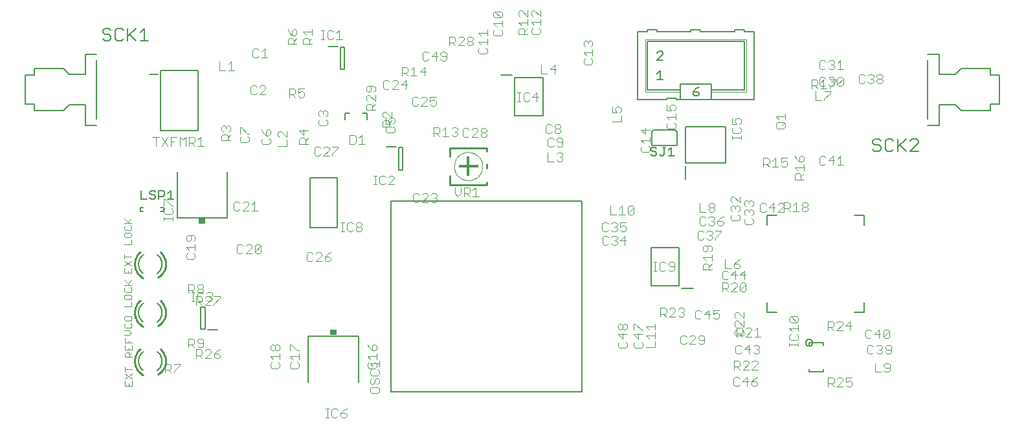
<source format=gto>
G75*
G70*
%OFA0B0*%
%FSLAX24Y24*%
%IPPOS*%
%LPD*%
%AMOC8*
5,1,8,0,0,1.08239X$1,22.5*
%
%ADD10C,0.0030*%
%ADD11C,0.0040*%
%ADD12C,0.0080*%
%ADD13R,0.0340X0.0300*%
%ADD14C,0.0100*%
%ADD15R,0.0157X0.1043*%
%ADD16R,0.1043X0.0157*%
%ADD17C,0.0079*%
%ADD18C,0.0050*%
%ADD19C,0.0060*%
%ADD20C,0.0020*%
D10*
X008360Y005452D02*
X008731Y005452D01*
X008731Y005699D01*
X008731Y005820D02*
X008360Y006067D01*
X008360Y006189D02*
X008360Y006436D01*
X008360Y006312D02*
X008731Y006312D01*
X008731Y006067D02*
X008360Y005820D01*
X008360Y005699D02*
X008360Y005452D01*
X008545Y005452D02*
X008545Y005575D01*
X008607Y006925D02*
X008607Y007110D01*
X008545Y007172D01*
X008422Y007172D01*
X008360Y007110D01*
X008360Y006925D01*
X008731Y006925D01*
X008607Y007049D02*
X008731Y007172D01*
X008731Y007294D02*
X008360Y007294D01*
X008360Y007540D01*
X008360Y007662D02*
X008360Y007909D01*
X008335Y008068D02*
X008582Y008068D01*
X008705Y008191D01*
X008582Y008315D01*
X008335Y008315D01*
X008396Y008436D02*
X008643Y008436D01*
X008705Y008498D01*
X008705Y008621D01*
X008643Y008683D01*
X008643Y008805D02*
X008396Y008805D01*
X008335Y008866D01*
X008335Y008990D01*
X008396Y009051D01*
X008643Y009051D01*
X008705Y008990D01*
X008705Y008866D01*
X008643Y008805D01*
X008396Y008683D02*
X008335Y008621D01*
X008335Y008498D01*
X008396Y008436D01*
X008545Y007785D02*
X008545Y007662D01*
X008360Y007662D02*
X008731Y007662D01*
X008731Y007540D02*
X008731Y007294D01*
X008545Y007294D02*
X008545Y007417D01*
X008705Y009541D02*
X008335Y009541D01*
X008705Y009541D02*
X008705Y009788D01*
X008643Y009909D02*
X008396Y009909D01*
X008335Y009971D01*
X008335Y010095D01*
X008396Y010156D01*
X008643Y010156D01*
X008705Y010095D01*
X008705Y009971D01*
X008643Y009909D01*
X008643Y010278D02*
X008396Y010278D01*
X008335Y010340D01*
X008335Y010463D01*
X008396Y010525D01*
X008335Y010646D02*
X008705Y010646D01*
X008582Y010646D02*
X008335Y010893D01*
X008520Y010708D02*
X008705Y010893D01*
X008693Y011258D02*
X008322Y011258D01*
X008322Y011504D01*
X008322Y011626D02*
X008693Y011873D01*
X008693Y012118D02*
X008322Y012118D01*
X008322Y012241D02*
X008322Y011994D01*
X008322Y011873D02*
X008693Y011626D01*
X008693Y011504D02*
X008693Y011258D01*
X008508Y011258D02*
X008508Y011381D01*
X008643Y010525D02*
X008705Y010463D01*
X008705Y010340D01*
X008643Y010278D01*
X008693Y012731D02*
X008322Y012731D01*
X008693Y012731D02*
X008693Y012978D01*
X008631Y013099D02*
X008384Y013099D01*
X008322Y013161D01*
X008322Y013284D01*
X008384Y013346D01*
X008631Y013346D01*
X008693Y013284D01*
X008693Y013161D01*
X008631Y013099D01*
X008631Y013467D02*
X008384Y013467D01*
X008322Y013529D01*
X008322Y013653D01*
X008384Y013714D01*
X008322Y013836D02*
X008693Y013836D01*
X008569Y013836D02*
X008322Y014083D01*
X008508Y013897D02*
X008693Y014083D01*
X008631Y013714D02*
X008693Y013653D01*
X008693Y013529D01*
X008631Y013467D01*
D11*
X010360Y013986D02*
X010360Y014139D01*
X010360Y014062D02*
X010820Y014062D01*
X010820Y013986D02*
X010820Y014139D01*
X010744Y014293D02*
X010820Y014369D01*
X010820Y014523D01*
X010744Y014600D01*
X010744Y014753D02*
X010820Y014753D01*
X010744Y014753D02*
X010437Y015060D01*
X010360Y015060D01*
X010360Y014753D01*
X010437Y014600D02*
X010360Y014523D01*
X010360Y014369D01*
X010437Y014293D01*
X010744Y014293D01*
X011589Y013212D02*
X011513Y013135D01*
X011513Y012981D01*
X011589Y012905D01*
X011666Y012905D01*
X011743Y012981D01*
X011743Y013212D01*
X011896Y013212D02*
X011589Y013212D01*
X011896Y013212D02*
X011973Y013135D01*
X011973Y012981D01*
X011896Y012905D01*
X011973Y012751D02*
X011973Y012444D01*
X011973Y012598D02*
X011513Y012598D01*
X011666Y012444D01*
X011589Y012291D02*
X011513Y012214D01*
X011513Y012061D01*
X011589Y011984D01*
X011896Y011984D01*
X011973Y012061D01*
X011973Y012214D01*
X011896Y012291D01*
X014125Y012356D02*
X014201Y012279D01*
X014355Y012279D01*
X014432Y012356D01*
X014585Y012279D02*
X014892Y012586D01*
X014892Y012662D01*
X014815Y012739D01*
X014662Y012739D01*
X014585Y012662D01*
X014432Y012662D02*
X014355Y012739D01*
X014201Y012739D01*
X014125Y012662D01*
X014125Y012356D01*
X014585Y012279D02*
X014892Y012279D01*
X015045Y012356D02*
X015352Y012662D01*
X015352Y012356D01*
X015276Y012279D01*
X015122Y012279D01*
X015045Y012356D01*
X015045Y012662D01*
X015122Y012739D01*
X015276Y012739D01*
X015352Y012662D01*
X017721Y012248D02*
X017721Y011941D01*
X017798Y011864D01*
X017952Y011864D01*
X018028Y011941D01*
X018182Y011864D02*
X018489Y012171D01*
X018489Y012248D01*
X018412Y012325D01*
X018259Y012325D01*
X018182Y012248D01*
X018028Y012248D02*
X017952Y012325D01*
X017798Y012325D01*
X017721Y012248D01*
X018182Y011864D02*
X018489Y011864D01*
X018642Y011941D02*
X018719Y011864D01*
X018872Y011864D01*
X018949Y011941D01*
X018949Y012018D01*
X018872Y012095D01*
X018642Y012095D01*
X018642Y011941D01*
X018642Y012095D02*
X018796Y012248D01*
X018949Y012325D01*
X019494Y013421D02*
X019648Y013421D01*
X019571Y013421D02*
X019571Y013882D01*
X019494Y013882D02*
X019648Y013882D01*
X019801Y013805D02*
X019801Y013498D01*
X019878Y013421D01*
X020031Y013421D01*
X020108Y013498D01*
X020262Y013498D02*
X020262Y013575D01*
X020338Y013651D01*
X020492Y013651D01*
X020569Y013575D01*
X020569Y013498D01*
X020492Y013421D01*
X020338Y013421D01*
X020262Y013498D01*
X020338Y013651D02*
X020262Y013728D01*
X020262Y013805D01*
X020338Y013882D01*
X020492Y013882D01*
X020569Y013805D01*
X020569Y013728D01*
X020492Y013651D01*
X020108Y013805D02*
X020031Y013882D01*
X019878Y013882D01*
X019801Y013805D01*
X023204Y014994D02*
X023204Y015301D01*
X023280Y015377D01*
X023434Y015377D01*
X023511Y015301D01*
X023664Y015301D02*
X023741Y015377D01*
X023894Y015377D01*
X023971Y015301D01*
X023971Y015224D01*
X023664Y014917D01*
X023971Y014917D01*
X024124Y014994D02*
X024201Y014917D01*
X024355Y014917D01*
X024431Y014994D01*
X024431Y015070D01*
X024355Y015147D01*
X024278Y015147D01*
X024355Y015147D02*
X024431Y015224D01*
X024431Y015301D01*
X024355Y015377D01*
X024201Y015377D01*
X024124Y015301D01*
X023511Y014994D02*
X023434Y014917D01*
X023280Y014917D01*
X023204Y014994D01*
X022238Y015826D02*
X021931Y015826D01*
X022238Y016133D01*
X022238Y016210D01*
X022161Y016287D01*
X022008Y016287D01*
X021931Y016210D01*
X021778Y016210D02*
X021701Y016287D01*
X021548Y016287D01*
X021471Y016210D01*
X021471Y015903D01*
X021548Y015826D01*
X021701Y015826D01*
X021778Y015903D01*
X021317Y015826D02*
X021164Y015826D01*
X021241Y015826D02*
X021241Y016287D01*
X021317Y016287D02*
X021164Y016287D01*
X019032Y017316D02*
X019032Y017393D01*
X019339Y017699D01*
X019339Y017776D01*
X019032Y017776D01*
X018878Y017699D02*
X018801Y017776D01*
X018648Y017776D01*
X018571Y017699D01*
X018418Y017699D02*
X018341Y017776D01*
X018188Y017776D01*
X018111Y017699D01*
X018111Y017393D01*
X018188Y017316D01*
X018341Y017316D01*
X018418Y017393D01*
X018571Y017316D02*
X018878Y017623D01*
X018878Y017699D01*
X018878Y017316D02*
X018571Y017316D01*
X017795Y017917D02*
X017334Y017917D01*
X017334Y018147D01*
X017411Y018224D01*
X017565Y018224D01*
X017641Y018147D01*
X017641Y017917D01*
X017641Y018070D02*
X017795Y018224D01*
X017565Y018377D02*
X017565Y018684D01*
X017795Y018607D02*
X017334Y018607D01*
X017565Y018377D01*
X016695Y018277D02*
X016388Y018584D01*
X016311Y018584D01*
X016234Y018507D01*
X016234Y018354D01*
X016311Y018277D01*
X016695Y018277D02*
X016695Y018584D01*
X016695Y018124D02*
X016695Y017817D01*
X016234Y017817D01*
X015845Y017973D02*
X015845Y018126D01*
X015768Y018203D01*
X015768Y018356D02*
X015845Y018433D01*
X015845Y018587D01*
X015768Y018663D01*
X015691Y018663D01*
X015615Y018587D01*
X015615Y018356D01*
X015768Y018356D01*
X015615Y018356D02*
X015461Y018510D01*
X015384Y018663D01*
X014745Y018456D02*
X014668Y018456D01*
X014361Y018763D01*
X014284Y018763D01*
X014284Y018456D01*
X014361Y018303D02*
X014284Y018226D01*
X014284Y018073D01*
X014361Y017996D01*
X014668Y017996D01*
X014745Y018073D01*
X014745Y018226D01*
X014668Y018303D01*
X015384Y018126D02*
X015384Y017973D01*
X015461Y017896D01*
X015768Y017896D01*
X015845Y017973D01*
X015461Y018203D02*
X015384Y018126D01*
X013795Y018096D02*
X013334Y018096D01*
X013334Y018326D01*
X013411Y018403D01*
X013565Y018403D01*
X013641Y018326D01*
X013641Y018096D01*
X013641Y018250D02*
X013795Y018403D01*
X013718Y018556D02*
X013795Y018633D01*
X013795Y018787D01*
X013718Y018863D01*
X013641Y018863D01*
X013565Y018787D01*
X013565Y018710D01*
X013565Y018787D02*
X013488Y018863D01*
X013411Y018863D01*
X013334Y018787D01*
X013334Y018633D01*
X013411Y018556D01*
X012259Y018277D02*
X012259Y017817D01*
X012106Y017817D02*
X012413Y017817D01*
X011952Y017817D02*
X011799Y017970D01*
X011875Y017970D02*
X011645Y017970D01*
X011645Y017817D02*
X011645Y018277D01*
X011875Y018277D01*
X011952Y018201D01*
X011952Y018047D01*
X011875Y017970D01*
X012106Y018124D02*
X012259Y018277D01*
X011492Y018277D02*
X011492Y017817D01*
X011185Y017817D02*
X011185Y018277D01*
X011338Y018124D01*
X011492Y018277D01*
X011031Y018277D02*
X010724Y018277D01*
X010724Y017817D01*
X010571Y017817D02*
X010264Y018277D01*
X010111Y018277D02*
X009804Y018277D01*
X009957Y018277D02*
X009957Y017817D01*
X010264Y017817D02*
X010571Y018277D01*
X010724Y018047D02*
X010878Y018047D01*
X014835Y020544D02*
X014912Y020467D01*
X015065Y020467D01*
X015142Y020544D01*
X015295Y020467D02*
X015602Y020774D01*
X015602Y020851D01*
X015525Y020927D01*
X015372Y020927D01*
X015295Y020851D01*
X015142Y020851D02*
X015065Y020927D01*
X014912Y020927D01*
X014835Y020851D01*
X014835Y020544D01*
X015295Y020467D02*
X015602Y020467D01*
X016814Y020470D02*
X017044Y020470D01*
X017121Y020547D01*
X017121Y020701D01*
X017044Y020777D01*
X016814Y020777D01*
X016814Y020317D01*
X016968Y020470D02*
X017121Y020317D01*
X017274Y020394D02*
X017351Y020317D01*
X017505Y020317D01*
X017581Y020394D01*
X017581Y020547D01*
X017505Y020624D01*
X017428Y020624D01*
X017274Y020547D01*
X017274Y020777D01*
X017581Y020777D01*
X018393Y019644D02*
X018470Y019644D01*
X018547Y019567D01*
X018624Y019644D01*
X018700Y019644D01*
X018777Y019567D01*
X018777Y019414D01*
X018700Y019337D01*
X018700Y019183D02*
X018777Y019107D01*
X018777Y018953D01*
X018700Y018876D01*
X018393Y018876D01*
X018317Y018953D01*
X018317Y019107D01*
X018393Y019183D01*
X018393Y019337D02*
X018317Y019414D01*
X018317Y019567D01*
X018393Y019644D01*
X018547Y019567D02*
X018547Y019490D01*
X019935Y018377D02*
X020165Y018377D01*
X020242Y018301D01*
X020242Y017994D01*
X020165Y017917D01*
X019935Y017917D01*
X019935Y018377D01*
X020395Y018224D02*
X020549Y018377D01*
X020549Y017917D01*
X020702Y017917D02*
X020395Y017917D01*
X021784Y018573D02*
X021861Y018496D01*
X022168Y018496D01*
X022245Y018573D01*
X022245Y018726D01*
X022168Y018803D01*
X022095Y018817D02*
X021634Y018817D01*
X021634Y019047D01*
X021711Y019124D01*
X021865Y019124D01*
X021941Y019047D01*
X021941Y018817D01*
X021861Y018803D02*
X021784Y018726D01*
X021784Y018573D01*
X021784Y018956D02*
X022015Y018956D01*
X021938Y019110D01*
X021938Y019187D01*
X022015Y019263D01*
X022168Y019263D01*
X022245Y019187D01*
X022245Y019033D01*
X022168Y018956D01*
X022095Y019124D02*
X021941Y018970D01*
X021784Y018956D02*
X021784Y019263D01*
X021711Y019277D02*
X021634Y019354D01*
X021634Y019507D01*
X021711Y019584D01*
X021788Y019584D01*
X022095Y019277D01*
X022095Y019584D01*
X021243Y019681D02*
X020782Y019681D01*
X020782Y019912D01*
X020859Y019988D01*
X021013Y019988D01*
X021089Y019912D01*
X021089Y019681D01*
X021089Y019835D02*
X021243Y019988D01*
X021243Y020142D02*
X020936Y020449D01*
X020859Y020449D01*
X020782Y020372D01*
X020782Y020218D01*
X020859Y020142D01*
X021243Y020142D02*
X021243Y020449D01*
X021166Y020602D02*
X021243Y020679D01*
X021243Y020832D01*
X021166Y020909D01*
X020859Y020909D01*
X020782Y020832D01*
X020782Y020679D01*
X020859Y020602D01*
X020936Y020602D01*
X021013Y020679D01*
X021013Y020909D01*
X021665Y020821D02*
X021741Y020744D01*
X021895Y020744D01*
X021972Y020821D01*
X022125Y020744D02*
X022432Y021051D01*
X022432Y021128D01*
X022355Y021204D01*
X022202Y021204D01*
X022125Y021128D01*
X021972Y021128D02*
X021895Y021204D01*
X021741Y021204D01*
X021665Y021128D01*
X021665Y020821D01*
X022125Y020744D02*
X022432Y020744D01*
X022585Y020974D02*
X022892Y020974D01*
X022816Y020744D02*
X022816Y021204D01*
X022585Y020974D01*
X022624Y021427D02*
X022624Y021887D01*
X022854Y021887D01*
X022931Y021811D01*
X022931Y021657D01*
X022854Y021580D01*
X022624Y021580D01*
X022777Y021580D02*
X022931Y021427D01*
X023084Y021427D02*
X023391Y021427D01*
X023238Y021427D02*
X023238Y021887D01*
X023084Y021734D01*
X023544Y021657D02*
X023851Y021657D01*
X023775Y021427D02*
X023775Y021887D01*
X023544Y021657D01*
X023762Y022222D02*
X023915Y022222D01*
X023992Y022299D01*
X024146Y022452D02*
X024453Y022452D01*
X024606Y022529D02*
X024683Y022452D01*
X024913Y022452D01*
X024913Y022299D02*
X024913Y022606D01*
X024836Y022683D01*
X024683Y022683D01*
X024606Y022606D01*
X024606Y022529D01*
X024606Y022299D02*
X024683Y022222D01*
X024836Y022222D01*
X024913Y022299D01*
X024376Y022222D02*
X024376Y022683D01*
X024146Y022452D01*
X023992Y022606D02*
X023915Y022683D01*
X023762Y022683D01*
X023685Y022606D01*
X023685Y022299D01*
X023762Y022222D01*
X025055Y022991D02*
X025055Y023451D01*
X025285Y023451D01*
X025362Y023374D01*
X025362Y023221D01*
X025285Y023144D01*
X025055Y023144D01*
X025209Y023144D02*
X025362Y022991D01*
X025516Y022991D02*
X025823Y023298D01*
X025823Y023374D01*
X025746Y023451D01*
X025592Y023451D01*
X025516Y023374D01*
X025516Y022991D02*
X025823Y022991D01*
X025976Y023067D02*
X025976Y023144D01*
X026053Y023221D01*
X026206Y023221D01*
X026283Y023144D01*
X026283Y023067D01*
X026206Y022991D01*
X026053Y022991D01*
X025976Y023067D01*
X026053Y023221D02*
X025976Y023298D01*
X025976Y023374D01*
X026053Y023451D01*
X026206Y023451D01*
X026283Y023374D01*
X026283Y023298D01*
X026206Y023221D01*
X026551Y023185D02*
X026704Y023031D01*
X026627Y022878D02*
X026551Y022801D01*
X026551Y022648D01*
X026627Y022571D01*
X026934Y022571D01*
X027011Y022648D01*
X027011Y022801D01*
X026934Y022878D01*
X027011Y023031D02*
X027011Y023338D01*
X027011Y023185D02*
X026551Y023185D01*
X026704Y023492D02*
X026551Y023645D01*
X027011Y023645D01*
X027011Y023492D02*
X027011Y023799D01*
X027330Y023743D02*
X027330Y023590D01*
X027407Y023513D01*
X027714Y023513D01*
X027791Y023590D01*
X027791Y023743D01*
X027714Y023820D01*
X027791Y023974D02*
X027791Y024280D01*
X027791Y024127D02*
X027330Y024127D01*
X027484Y023974D01*
X027407Y023820D02*
X027330Y023743D01*
X028624Y023797D02*
X028624Y023567D01*
X029085Y023567D01*
X028931Y023567D02*
X028931Y023797D01*
X028855Y023874D01*
X028701Y023874D01*
X028624Y023797D01*
X028778Y024027D02*
X028624Y024181D01*
X029085Y024181D01*
X029085Y024334D02*
X029085Y024027D01*
X029085Y023874D02*
X028931Y023720D01*
X029284Y023664D02*
X029361Y023587D01*
X029668Y023587D01*
X029745Y023664D01*
X029745Y023817D01*
X029668Y023894D01*
X029745Y024047D02*
X029745Y024354D01*
X029745Y024201D02*
X029284Y024201D01*
X029438Y024047D01*
X029361Y023894D02*
X029284Y023817D01*
X029284Y023664D01*
X029361Y024508D02*
X029284Y024584D01*
X029284Y024738D01*
X029361Y024815D01*
X029438Y024815D01*
X029745Y024508D01*
X029745Y024815D01*
X029085Y024795D02*
X029085Y024488D01*
X028778Y024795D01*
X028701Y024795D01*
X028624Y024718D01*
X028624Y024564D01*
X028701Y024488D01*
X027791Y024511D02*
X027714Y024434D01*
X027407Y024741D01*
X027714Y024741D01*
X027791Y024664D01*
X027791Y024511D01*
X027714Y024434D02*
X027407Y024434D01*
X027330Y024511D01*
X027330Y024664D01*
X027407Y024741D01*
X031978Y023168D02*
X031978Y023014D01*
X032055Y022938D01*
X032208Y023091D02*
X032208Y023168D01*
X032285Y023245D01*
X032362Y023245D01*
X032439Y023168D01*
X032439Y023014D01*
X032362Y022938D01*
X032439Y022784D02*
X032439Y022477D01*
X032439Y022631D02*
X031978Y022631D01*
X032132Y022477D01*
X032055Y022324D02*
X031978Y022247D01*
X031978Y022094D01*
X032055Y022017D01*
X032362Y022017D01*
X032439Y022094D01*
X032439Y022247D01*
X032362Y022324D01*
X030558Y021771D02*
X030252Y021771D01*
X030482Y022001D01*
X030482Y021541D01*
X030098Y021541D02*
X029791Y021541D01*
X029791Y022001D01*
X031978Y023168D02*
X032055Y023245D01*
X032132Y023245D01*
X032208Y023168D01*
X029568Y020577D02*
X029338Y020347D01*
X029645Y020347D01*
X029568Y020117D02*
X029568Y020577D01*
X029185Y020501D02*
X029108Y020577D01*
X028955Y020577D01*
X028878Y020501D01*
X028878Y020194D01*
X028955Y020117D01*
X029108Y020117D01*
X029185Y020194D01*
X028724Y020117D02*
X028571Y020117D01*
X028648Y020117D02*
X028648Y020577D01*
X028724Y020577D02*
X028571Y020577D01*
X030112Y018927D02*
X030035Y018851D01*
X030035Y018544D01*
X030112Y018467D01*
X030265Y018467D01*
X030342Y018544D01*
X030495Y018544D02*
X030495Y018620D01*
X030572Y018697D01*
X030725Y018697D01*
X030802Y018620D01*
X030802Y018544D01*
X030725Y018467D01*
X030572Y018467D01*
X030495Y018544D01*
X030572Y018697D02*
X030495Y018774D01*
X030495Y018851D01*
X030572Y018927D01*
X030725Y018927D01*
X030802Y018851D01*
X030802Y018774D01*
X030725Y018697D01*
X030342Y018851D02*
X030265Y018927D01*
X030112Y018927D01*
X030212Y018227D02*
X030135Y018151D01*
X030135Y017844D01*
X030212Y017767D01*
X030365Y017767D01*
X030442Y017844D01*
X030595Y017844D02*
X030672Y017767D01*
X030825Y017767D01*
X030902Y017844D01*
X030902Y018151D01*
X030825Y018227D01*
X030672Y018227D01*
X030595Y018151D01*
X030595Y018074D01*
X030672Y017997D01*
X030902Y017997D01*
X030442Y018151D02*
X030365Y018227D01*
X030212Y018227D01*
X030135Y017477D02*
X030135Y017017D01*
X030442Y017017D01*
X030595Y017094D02*
X030672Y017017D01*
X030825Y017017D01*
X030902Y017094D01*
X030902Y017170D01*
X030825Y017247D01*
X030749Y017247D01*
X030825Y017247D02*
X030902Y017324D01*
X030902Y017401D01*
X030825Y017477D01*
X030672Y017477D01*
X030595Y017401D01*
X033452Y019065D02*
X033913Y019065D01*
X033913Y019372D01*
X033836Y019526D02*
X033913Y019602D01*
X033913Y019756D01*
X033836Y019832D01*
X033683Y019832D01*
X033606Y019756D01*
X033606Y019679D01*
X033683Y019526D01*
X033452Y019526D01*
X033452Y019832D01*
X034927Y018656D02*
X035158Y018426D01*
X035158Y018732D01*
X035388Y018656D02*
X034927Y018656D01*
X034927Y018119D02*
X035388Y018119D01*
X035388Y018272D02*
X035388Y017965D01*
X035311Y017812D02*
X035388Y017735D01*
X035388Y017581D01*
X035311Y017505D01*
X035004Y017505D01*
X034927Y017581D01*
X034927Y017735D01*
X035004Y017812D01*
X035081Y017965D02*
X034927Y018119D01*
X036252Y018781D02*
X036329Y018705D01*
X036636Y018705D01*
X036713Y018781D01*
X036713Y018935D01*
X036636Y019012D01*
X036713Y019165D02*
X036713Y019472D01*
X036713Y019319D02*
X036252Y019319D01*
X036406Y019165D01*
X036329Y019012D02*
X036252Y018935D01*
X036252Y018781D01*
X036252Y019626D02*
X036483Y019626D01*
X036406Y019779D01*
X036406Y019856D01*
X036483Y019932D01*
X036636Y019932D01*
X036713Y019856D01*
X036713Y019702D01*
X036636Y019626D01*
X036252Y019626D02*
X036252Y019932D01*
X039614Y019251D02*
X039614Y018944D01*
X039844Y018944D01*
X039767Y019097D01*
X039767Y019174D01*
X039844Y019251D01*
X039998Y019251D01*
X040074Y019174D01*
X040074Y019021D01*
X039998Y018944D01*
X039998Y018790D02*
X040074Y018714D01*
X040074Y018560D01*
X039998Y018484D01*
X039691Y018484D01*
X039614Y018560D01*
X039614Y018714D01*
X039691Y018790D01*
X039614Y018330D02*
X039614Y018177D01*
X039614Y018253D02*
X040074Y018253D01*
X040074Y018177D02*
X040074Y018330D01*
X041236Y017191D02*
X041466Y017191D01*
X041543Y017114D01*
X041543Y016960D01*
X041466Y016884D01*
X041236Y016884D01*
X041390Y016884D02*
X041543Y016730D01*
X041697Y016730D02*
X042004Y016730D01*
X041850Y016730D02*
X041850Y017191D01*
X041697Y017037D01*
X042157Y016960D02*
X042157Y017191D01*
X042464Y017191D01*
X042387Y017037D02*
X042464Y016960D01*
X042464Y016807D01*
X042387Y016730D01*
X042234Y016730D01*
X042157Y016807D01*
X042157Y016960D02*
X042311Y017037D01*
X042387Y017037D01*
X042854Y017318D02*
X042931Y017165D01*
X043084Y017011D01*
X043084Y017241D01*
X043161Y017318D01*
X043238Y017318D01*
X043315Y017241D01*
X043315Y017088D01*
X043238Y017011D01*
X043084Y017011D01*
X043315Y016858D02*
X043315Y016551D01*
X043315Y016704D02*
X042854Y016704D01*
X043008Y016551D01*
X043084Y016397D02*
X043161Y016320D01*
X043161Y016090D01*
X043315Y016090D02*
X042854Y016090D01*
X042854Y016320D01*
X042931Y016397D01*
X043084Y016397D01*
X043161Y016244D02*
X043315Y016397D01*
X044125Y016914D02*
X044201Y016837D01*
X044355Y016837D01*
X044432Y016914D01*
X044585Y017067D02*
X044892Y017067D01*
X045045Y017144D02*
X045199Y017297D01*
X045199Y016837D01*
X045352Y016837D02*
X045045Y016837D01*
X044815Y016837D02*
X044815Y017297D01*
X044585Y017067D01*
X044432Y017221D02*
X044355Y017297D01*
X044201Y017297D01*
X044125Y017221D01*
X044125Y016914D01*
X041236Y016730D02*
X041236Y017191D01*
X041961Y018717D02*
X041884Y018794D01*
X041884Y018947D01*
X041961Y019024D01*
X042268Y019024D01*
X042345Y018947D01*
X042345Y018794D01*
X042268Y018717D01*
X041961Y018717D01*
X042191Y018870D02*
X042345Y019024D01*
X042345Y019177D02*
X042345Y019484D01*
X042345Y019331D02*
X041884Y019331D01*
X042038Y019177D01*
X043913Y020172D02*
X044220Y020172D01*
X044373Y020172D02*
X044373Y020249D01*
X044680Y020556D01*
X044680Y020632D01*
X044373Y020632D01*
X044339Y020774D02*
X044339Y021234D01*
X044185Y021081D01*
X044120Y020974D02*
X044196Y020897D01*
X044350Y020897D01*
X044426Y020974D01*
X044580Y020974D02*
X044657Y020897D01*
X044810Y020897D01*
X044887Y020974D01*
X044887Y021051D01*
X044810Y021128D01*
X044733Y021128D01*
X044810Y021128D02*
X044887Y021204D01*
X044887Y021281D01*
X044810Y021358D01*
X044657Y021358D01*
X044580Y021281D01*
X044646Y021234D02*
X044952Y021234D01*
X044952Y021157D01*
X044646Y020850D01*
X044646Y020774D01*
X044492Y020774D02*
X044185Y020774D01*
X044032Y020774D02*
X043878Y020927D01*
X043955Y020927D02*
X043725Y020927D01*
X043725Y020774D02*
X043725Y021234D01*
X043955Y021234D01*
X044032Y021157D01*
X044032Y021004D01*
X043955Y020927D01*
X044120Y020974D02*
X044120Y021281D01*
X044196Y021358D01*
X044350Y021358D01*
X044426Y021281D01*
X045040Y021281D02*
X045040Y020974D01*
X045347Y021281D01*
X045347Y020974D01*
X045271Y020897D01*
X045117Y020897D01*
X045040Y020974D01*
X045040Y021281D02*
X045117Y021358D01*
X045271Y021358D01*
X045347Y021281D01*
X045350Y021772D02*
X045044Y021772D01*
X045197Y021772D02*
X045197Y022233D01*
X045044Y022079D01*
X044890Y022079D02*
X044890Y022156D01*
X044813Y022233D01*
X044660Y022233D01*
X044583Y022156D01*
X044430Y022156D02*
X044353Y022233D01*
X044199Y022233D01*
X044123Y022156D01*
X044123Y021849D01*
X044199Y021772D01*
X044353Y021772D01*
X044430Y021849D01*
X044583Y021849D02*
X044660Y021772D01*
X044813Y021772D01*
X044890Y021849D01*
X044890Y021926D01*
X044813Y022003D01*
X044737Y022003D01*
X044813Y022003D02*
X044890Y022079D01*
X046146Y021439D02*
X046146Y021132D01*
X046223Y021055D01*
X046376Y021055D01*
X046453Y021132D01*
X046606Y021132D02*
X046683Y021055D01*
X046836Y021055D01*
X046913Y021132D01*
X046913Y021209D01*
X046836Y021285D01*
X046760Y021285D01*
X046836Y021285D02*
X046913Y021362D01*
X046913Y021439D01*
X046836Y021516D01*
X046683Y021516D01*
X046606Y021439D01*
X046453Y021439D02*
X046376Y021516D01*
X046223Y021516D01*
X046146Y021439D01*
X047067Y021439D02*
X047067Y021362D01*
X047143Y021285D01*
X047297Y021285D01*
X047374Y021209D01*
X047374Y021132D01*
X047297Y021055D01*
X047143Y021055D01*
X047067Y021132D01*
X047067Y021209D01*
X047143Y021285D01*
X047297Y021285D02*
X047374Y021362D01*
X047374Y021439D01*
X047297Y021516D01*
X047143Y021516D01*
X047067Y021439D01*
X043913Y020632D02*
X043913Y020172D01*
X040009Y015204D02*
X040009Y014897D01*
X039703Y015204D01*
X039626Y015204D01*
X039549Y015127D01*
X039549Y014974D01*
X039626Y014897D01*
X039626Y014743D02*
X039549Y014667D01*
X039549Y014513D01*
X039626Y014437D01*
X039626Y014283D02*
X039549Y014206D01*
X039549Y014053D01*
X039626Y013976D01*
X039933Y013976D01*
X040009Y014053D01*
X040009Y014206D01*
X039933Y014283D01*
X039933Y014437D02*
X040009Y014513D01*
X040009Y014667D01*
X039933Y014743D01*
X039856Y014743D01*
X039779Y014667D01*
X039779Y014590D01*
X039779Y014667D02*
X039703Y014743D01*
X039626Y014743D01*
X040247Y014779D02*
X040247Y014932D01*
X040324Y015009D01*
X040401Y015009D01*
X040478Y014932D01*
X040554Y015009D01*
X040631Y015009D01*
X040708Y014932D01*
X040708Y014779D01*
X040631Y014702D01*
X040631Y014548D02*
X040708Y014472D01*
X040708Y014318D01*
X040631Y014242D01*
X040631Y014088D02*
X040708Y014011D01*
X040708Y013858D01*
X040631Y013781D01*
X040324Y013781D01*
X040247Y013858D01*
X040247Y014011D01*
X040324Y014088D01*
X040324Y014242D02*
X040247Y014318D01*
X040247Y014472D01*
X040324Y014548D01*
X040401Y014548D01*
X040478Y014472D01*
X040554Y014548D01*
X040631Y014548D01*
X040478Y014472D02*
X040478Y014395D01*
X040324Y014702D02*
X040247Y014779D01*
X040478Y014855D02*
X040478Y014932D01*
X041072Y014782D02*
X041072Y014475D01*
X041149Y014398D01*
X041303Y014398D01*
X041379Y014475D01*
X041533Y014628D02*
X041840Y014628D01*
X041993Y014782D02*
X042070Y014858D01*
X042223Y014858D01*
X042300Y014782D01*
X042300Y014705D01*
X041993Y014398D01*
X042300Y014398D01*
X042302Y014445D02*
X042302Y014906D01*
X042533Y014906D01*
X042609Y014829D01*
X042609Y014676D01*
X042533Y014599D01*
X042302Y014599D01*
X042456Y014599D02*
X042609Y014445D01*
X042763Y014445D02*
X043070Y014445D01*
X042916Y014445D02*
X042916Y014906D01*
X042763Y014752D01*
X043223Y014752D02*
X043223Y014829D01*
X043300Y014906D01*
X043453Y014906D01*
X043530Y014829D01*
X043530Y014752D01*
X043453Y014676D01*
X043300Y014676D01*
X043223Y014752D01*
X043300Y014676D02*
X043223Y014599D01*
X043223Y014522D01*
X043300Y014445D01*
X043453Y014445D01*
X043530Y014522D01*
X043530Y014599D01*
X043453Y014676D01*
X041763Y014858D02*
X041763Y014398D01*
X041533Y014628D02*
X041763Y014858D01*
X041379Y014782D02*
X041303Y014858D01*
X041149Y014858D01*
X041072Y014782D01*
X039174Y014184D02*
X039020Y014107D01*
X038867Y013953D01*
X039097Y013953D01*
X039174Y013877D01*
X039174Y013800D01*
X039097Y013723D01*
X038944Y013723D01*
X038867Y013800D01*
X038867Y013953D01*
X038713Y013877D02*
X038713Y013800D01*
X038637Y013723D01*
X038483Y013723D01*
X038406Y013800D01*
X038253Y013800D02*
X038176Y013723D01*
X038023Y013723D01*
X037946Y013800D01*
X037946Y014107D01*
X038023Y014184D01*
X038176Y014184D01*
X038253Y014107D01*
X038406Y014107D02*
X038483Y014184D01*
X038637Y014184D01*
X038713Y014107D01*
X038713Y014030D01*
X038637Y013953D01*
X038713Y013877D01*
X038637Y013953D02*
X038560Y013953D01*
X038486Y014416D02*
X038409Y014493D01*
X038409Y014570D01*
X038486Y014646D01*
X038639Y014646D01*
X038716Y014570D01*
X038716Y014493D01*
X038639Y014416D01*
X038486Y014416D01*
X038256Y014416D02*
X037949Y014416D01*
X037949Y014877D01*
X038409Y014800D02*
X038409Y014723D01*
X038486Y014646D01*
X038639Y014646D02*
X038716Y014723D01*
X038716Y014800D01*
X038639Y014877D01*
X038486Y014877D01*
X038409Y014800D01*
X038382Y013447D02*
X038535Y013447D01*
X038612Y013370D01*
X038612Y013293D01*
X038535Y013217D01*
X038612Y013140D01*
X038612Y013063D01*
X038535Y012987D01*
X038382Y012987D01*
X038305Y013063D01*
X038152Y013063D02*
X038075Y012987D01*
X037922Y012987D01*
X037845Y013063D01*
X037845Y013370D01*
X037922Y013447D01*
X038075Y013447D01*
X038152Y013370D01*
X038305Y013370D02*
X038382Y013447D01*
X038459Y013217D02*
X038535Y013217D01*
X038766Y013063D02*
X038766Y012987D01*
X038766Y013063D02*
X039073Y013370D01*
X039073Y013447D01*
X038766Y013447D01*
X038507Y012676D02*
X038200Y012676D01*
X038124Y012600D01*
X038124Y012446D01*
X038200Y012369D01*
X038277Y012369D01*
X038354Y012446D01*
X038354Y012676D01*
X038507Y012676D02*
X038584Y012600D01*
X038584Y012446D01*
X038507Y012369D01*
X038584Y012216D02*
X038584Y011909D01*
X038584Y011756D02*
X038431Y011602D01*
X038431Y011679D02*
X038431Y011449D01*
X038584Y011449D02*
X038124Y011449D01*
X038124Y011679D01*
X038200Y011756D01*
X038354Y011756D01*
X038431Y011679D01*
X038277Y011909D02*
X038124Y012063D01*
X038584Y012063D01*
X039270Y011966D02*
X039270Y011505D01*
X039577Y011505D01*
X039731Y011582D02*
X039807Y011505D01*
X039961Y011505D01*
X040038Y011582D01*
X040038Y011659D01*
X039961Y011736D01*
X039731Y011736D01*
X039731Y011582D01*
X039731Y011736D02*
X039884Y011889D01*
X040038Y011966D01*
X040263Y011388D02*
X040032Y011158D01*
X040339Y011158D01*
X040263Y010928D02*
X040263Y011388D01*
X039879Y011158D02*
X039572Y011158D01*
X039802Y011388D01*
X039802Y010928D01*
X039801Y010766D02*
X039648Y010766D01*
X039571Y010689D01*
X039417Y010689D02*
X039417Y010536D01*
X039341Y010459D01*
X039111Y010459D01*
X039264Y010459D02*
X039417Y010306D01*
X039571Y010306D02*
X039878Y010613D01*
X039878Y010689D01*
X039801Y010766D01*
X040031Y010689D02*
X040108Y010766D01*
X040262Y010766D01*
X040338Y010689D01*
X040031Y010382D01*
X040108Y010306D01*
X040262Y010306D01*
X040338Y010382D01*
X040338Y010689D01*
X040031Y010689D02*
X040031Y010382D01*
X039878Y010306D02*
X039571Y010306D01*
X039111Y010306D02*
X039111Y010766D01*
X039341Y010766D01*
X039417Y010689D01*
X039342Y010928D02*
X039419Y011005D01*
X039342Y010928D02*
X039188Y010928D01*
X039112Y011005D01*
X039112Y011312D01*
X039188Y011388D01*
X039342Y011388D01*
X039419Y011312D01*
X036654Y011451D02*
X036654Y011758D01*
X036578Y011834D01*
X036424Y011834D01*
X036347Y011758D01*
X036347Y011681D01*
X036424Y011604D01*
X036654Y011604D01*
X036654Y011451D02*
X036578Y011374D01*
X036424Y011374D01*
X036347Y011451D01*
X036194Y011451D02*
X036117Y011374D01*
X035964Y011374D01*
X035887Y011451D01*
X035887Y011758D01*
X035964Y011834D01*
X036117Y011834D01*
X036194Y011758D01*
X035734Y011834D02*
X035580Y011834D01*
X035657Y011834D02*
X035657Y011374D01*
X035580Y011374D02*
X035734Y011374D01*
X034093Y012722D02*
X034093Y013182D01*
X033863Y012952D01*
X034170Y012952D01*
X033709Y013029D02*
X033709Y013105D01*
X033633Y013182D01*
X033479Y013182D01*
X033402Y013105D01*
X033249Y013105D02*
X033172Y013182D01*
X033019Y013182D01*
X032942Y013105D01*
X032942Y012798D01*
X033019Y012722D01*
X033172Y012722D01*
X033249Y012798D01*
X033402Y012798D02*
X033479Y012722D01*
X033633Y012722D01*
X033709Y012798D01*
X033709Y012875D01*
X033633Y012952D01*
X033556Y012952D01*
X033633Y012952D02*
X033709Y013029D01*
X033631Y013410D02*
X033477Y013410D01*
X033401Y013487D01*
X033247Y013487D02*
X033170Y013410D01*
X033017Y013410D01*
X032940Y013487D01*
X032940Y013794D01*
X033017Y013871D01*
X033170Y013871D01*
X033247Y013794D01*
X033401Y013794D02*
X033477Y013871D01*
X033631Y013871D01*
X033708Y013794D01*
X033708Y013717D01*
X033631Y013640D01*
X033708Y013564D01*
X033708Y013487D01*
X033631Y013410D01*
X033631Y013640D02*
X033554Y013640D01*
X033861Y013640D02*
X033861Y013871D01*
X034168Y013871D01*
X034091Y013717D02*
X034168Y013640D01*
X034168Y013487D01*
X034091Y013410D01*
X033938Y013410D01*
X033861Y013487D01*
X033861Y013640D02*
X034014Y013717D01*
X034091Y013717D01*
X034109Y014263D02*
X033802Y014263D01*
X033955Y014263D02*
X033955Y014724D01*
X033802Y014570D01*
X033648Y014263D02*
X033341Y014263D01*
X033341Y014724D01*
X034262Y014647D02*
X034262Y014340D01*
X034569Y014647D01*
X034569Y014340D01*
X034492Y014263D01*
X034339Y014263D01*
X034262Y014340D01*
X034262Y014647D02*
X034339Y014724D01*
X034492Y014724D01*
X034569Y014647D01*
X026981Y018344D02*
X026905Y018267D01*
X026751Y018267D01*
X026674Y018344D01*
X026674Y018420D01*
X026751Y018497D01*
X026905Y018497D01*
X026981Y018420D01*
X026981Y018344D01*
X026905Y018497D02*
X026981Y018574D01*
X026981Y018651D01*
X026905Y018727D01*
X026751Y018727D01*
X026674Y018651D01*
X026674Y018574D01*
X026751Y018497D01*
X026521Y018574D02*
X026521Y018651D01*
X026444Y018727D01*
X026291Y018727D01*
X026214Y018651D01*
X026061Y018651D02*
X025984Y018727D01*
X025830Y018727D01*
X025754Y018651D01*
X025754Y018344D01*
X025830Y018267D01*
X025984Y018267D01*
X026061Y018344D01*
X026214Y018267D02*
X026521Y018574D01*
X026521Y018267D02*
X026214Y018267D01*
X025481Y018394D02*
X025405Y018317D01*
X025251Y018317D01*
X025174Y018394D01*
X025021Y018317D02*
X024714Y018317D01*
X024561Y018317D02*
X024407Y018470D01*
X024484Y018470D02*
X024254Y018470D01*
X024254Y018317D02*
X024254Y018777D01*
X024484Y018777D01*
X024561Y018701D01*
X024561Y018547D01*
X024484Y018470D01*
X024714Y018624D02*
X024868Y018777D01*
X024868Y018317D01*
X025328Y018547D02*
X025405Y018547D01*
X025481Y018470D01*
X025481Y018394D01*
X025405Y018547D02*
X025481Y018624D01*
X025481Y018701D01*
X025405Y018777D01*
X025251Y018777D01*
X025174Y018701D01*
X024297Y019887D02*
X024143Y019887D01*
X024067Y019964D01*
X024067Y020117D02*
X024220Y020194D01*
X024297Y020194D01*
X024374Y020117D01*
X024374Y019964D01*
X024297Y019887D01*
X024067Y020117D02*
X024067Y020348D01*
X024374Y020348D01*
X023913Y020271D02*
X023837Y020348D01*
X023683Y020348D01*
X023606Y020271D01*
X023453Y020271D02*
X023376Y020348D01*
X023223Y020348D01*
X023146Y020271D01*
X023146Y019964D01*
X023223Y019887D01*
X023376Y019887D01*
X023453Y019964D01*
X023606Y019887D02*
X023913Y020194D01*
X023913Y020271D01*
X023913Y019887D02*
X023606Y019887D01*
X018000Y023078D02*
X017540Y023078D01*
X017540Y023308D01*
X017617Y023385D01*
X017770Y023385D01*
X017847Y023308D01*
X017847Y023078D01*
X017847Y023232D02*
X018000Y023385D01*
X018000Y023539D02*
X018000Y023846D01*
X018000Y023692D02*
X017540Y023692D01*
X017693Y023539D01*
X017201Y023596D02*
X017201Y023749D01*
X017124Y023826D01*
X017048Y023826D01*
X016971Y023749D01*
X016971Y023519D01*
X017124Y023519D01*
X017201Y023596D01*
X017201Y023366D02*
X017048Y023212D01*
X017048Y023289D02*
X017048Y023059D01*
X017201Y023059D02*
X016741Y023059D01*
X016741Y023289D01*
X016817Y023366D01*
X016971Y023366D01*
X017048Y023289D01*
X016971Y023519D02*
X016817Y023672D01*
X016741Y023826D01*
X018471Y023777D02*
X018624Y023777D01*
X018548Y023777D02*
X018548Y023317D01*
X018624Y023317D02*
X018471Y023317D01*
X018778Y023394D02*
X018855Y023317D01*
X019008Y023317D01*
X019085Y023394D01*
X019238Y023317D02*
X019545Y023317D01*
X019392Y023317D02*
X019392Y023777D01*
X019238Y023624D01*
X019085Y023701D02*
X019008Y023777D01*
X018855Y023777D01*
X018778Y023701D01*
X018778Y023394D01*
X015702Y022367D02*
X015395Y022367D01*
X015549Y022367D02*
X015549Y022827D01*
X015395Y022674D01*
X015242Y022751D02*
X015165Y022827D01*
X015012Y022827D01*
X014935Y022751D01*
X014935Y022444D01*
X015012Y022367D01*
X015165Y022367D01*
X015242Y022444D01*
X013828Y022177D02*
X013828Y021717D01*
X013981Y021717D02*
X013674Y021717D01*
X013521Y021717D02*
X013214Y021717D01*
X013214Y022177D01*
X013674Y022024D02*
X013828Y022177D01*
X025312Y016766D02*
X025314Y016820D01*
X025320Y016873D01*
X025330Y016926D01*
X025344Y016978D01*
X025361Y017029D01*
X025382Y017078D01*
X025407Y017126D01*
X025436Y017172D01*
X025467Y017215D01*
X025502Y017256D01*
X025540Y017295D01*
X025580Y017330D01*
X025623Y017363D01*
X025668Y017392D01*
X025716Y017418D01*
X025765Y017440D01*
X025815Y017458D01*
X025867Y017473D01*
X025919Y017484D01*
X025973Y017491D01*
X026027Y017494D01*
X026080Y017493D01*
X026134Y017488D01*
X026187Y017479D01*
X026239Y017466D01*
X026290Y017450D01*
X026340Y017429D01*
X026388Y017405D01*
X026435Y017378D01*
X026479Y017347D01*
X026520Y017313D01*
X026560Y017276D01*
X026596Y017236D01*
X026629Y017194D01*
X026659Y017149D01*
X026686Y017102D01*
X026709Y017054D01*
X026728Y017004D01*
X026744Y016952D01*
X026756Y016900D01*
X026764Y016847D01*
X026768Y016793D01*
X026768Y016739D01*
X026764Y016685D01*
X026756Y016632D01*
X026744Y016580D01*
X026728Y016528D01*
X026709Y016478D01*
X026686Y016430D01*
X026659Y016383D01*
X026629Y016338D01*
X026596Y016296D01*
X026560Y016256D01*
X026520Y016219D01*
X026479Y016185D01*
X026435Y016154D01*
X026388Y016127D01*
X026340Y016103D01*
X026290Y016082D01*
X026239Y016066D01*
X026187Y016053D01*
X026134Y016044D01*
X026080Y016039D01*
X026027Y016038D01*
X025973Y016041D01*
X025919Y016048D01*
X025867Y016059D01*
X025815Y016074D01*
X025765Y016092D01*
X025716Y016114D01*
X025668Y016140D01*
X025623Y016169D01*
X025580Y016202D01*
X025540Y016237D01*
X025502Y016276D01*
X025467Y016317D01*
X025436Y016360D01*
X025407Y016406D01*
X025382Y016454D01*
X025361Y016503D01*
X025344Y016554D01*
X025330Y016606D01*
X025320Y016659D01*
X025314Y016712D01*
X025312Y016766D01*
X025351Y015681D02*
X025351Y015374D01*
X025504Y015221D01*
X025657Y015374D01*
X025657Y015681D01*
X025811Y015681D02*
X026041Y015681D01*
X026118Y015605D01*
X026118Y015451D01*
X026041Y015374D01*
X025811Y015374D01*
X025811Y015221D02*
X025811Y015681D01*
X025964Y015374D02*
X026118Y015221D01*
X026271Y015221D02*
X026578Y015221D01*
X026425Y015221D02*
X026425Y015681D01*
X026271Y015528D01*
X015184Y014481D02*
X014877Y014481D01*
X015030Y014481D02*
X015030Y014942D01*
X014877Y014788D01*
X014723Y014788D02*
X014723Y014865D01*
X014646Y014942D01*
X014493Y014942D01*
X014416Y014865D01*
X014263Y014865D02*
X014186Y014942D01*
X014033Y014942D01*
X013956Y014865D01*
X013956Y014558D01*
X014033Y014481D01*
X014186Y014481D01*
X014263Y014558D01*
X014416Y014481D02*
X014723Y014788D01*
X014723Y014481D02*
X014416Y014481D01*
X012312Y010687D02*
X012159Y010687D01*
X012082Y010610D01*
X012082Y010533D01*
X012159Y010456D01*
X012312Y010456D01*
X012389Y010380D01*
X012389Y010303D01*
X012312Y010226D01*
X012159Y010226D01*
X012082Y010303D01*
X012082Y010380D01*
X012159Y010456D01*
X012312Y010456D02*
X012389Y010533D01*
X012389Y010610D01*
X012312Y010687D01*
X011928Y010610D02*
X011928Y010456D01*
X011852Y010380D01*
X011621Y010380D01*
X011621Y010226D02*
X011621Y010687D01*
X011852Y010687D01*
X011928Y010610D01*
X011775Y010380D02*
X011928Y010226D01*
X011932Y010268D02*
X011778Y010268D01*
X011855Y010268D02*
X011855Y009807D01*
X011778Y009807D02*
X011932Y009807D01*
X012019Y009760D02*
X012249Y009760D01*
X012326Y009836D01*
X012326Y009990D01*
X012249Y010067D01*
X012019Y010067D01*
X012019Y009606D01*
X012172Y009760D02*
X012326Y009606D01*
X012479Y009606D02*
X012786Y009913D01*
X012786Y009990D01*
X012710Y010067D01*
X012556Y010067D01*
X012479Y009990D01*
X012545Y009884D02*
X012622Y009807D01*
X012776Y009807D01*
X012852Y009884D01*
X012852Y009961D01*
X012776Y010038D01*
X012699Y010038D01*
X012776Y010038D02*
X012852Y010114D01*
X012852Y010191D01*
X012776Y010268D01*
X012622Y010268D01*
X012545Y010191D01*
X012392Y010191D02*
X012315Y010268D01*
X012162Y010268D01*
X012085Y010191D01*
X012085Y009884D01*
X012162Y009807D01*
X012315Y009807D01*
X012392Y009884D01*
X012479Y009606D02*
X012786Y009606D01*
X012940Y009606D02*
X012940Y009683D01*
X013247Y009990D01*
X013247Y010067D01*
X012940Y010067D01*
X012312Y007887D02*
X012159Y007887D01*
X012082Y007810D01*
X012082Y007733D01*
X012159Y007656D01*
X012389Y007656D01*
X012389Y007503D02*
X012389Y007810D01*
X012312Y007887D01*
X011928Y007810D02*
X011928Y007656D01*
X011852Y007580D01*
X011621Y007580D01*
X011621Y007426D02*
X011621Y007887D01*
X011852Y007887D01*
X011928Y007810D01*
X011775Y007580D02*
X011928Y007426D01*
X012021Y007324D02*
X012251Y007324D01*
X012328Y007247D01*
X012328Y007094D01*
X012251Y007017D01*
X012021Y007017D01*
X012174Y007017D02*
X012328Y006864D01*
X012481Y006864D02*
X012788Y007171D01*
X012788Y007247D01*
X012711Y007324D01*
X012558Y007324D01*
X012481Y007247D01*
X012312Y007426D02*
X012159Y007426D01*
X012082Y007503D01*
X012021Y007324D02*
X012021Y006864D01*
X012481Y006864D02*
X012788Y006864D01*
X012941Y006940D02*
X012941Y007094D01*
X013172Y007094D01*
X013248Y007017D01*
X013248Y006940D01*
X013172Y006864D01*
X013018Y006864D01*
X012941Y006940D01*
X012941Y007094D02*
X013095Y007247D01*
X013248Y007324D01*
X012389Y007503D02*
X012312Y007426D01*
X011189Y006587D02*
X011189Y006510D01*
X010882Y006203D01*
X010882Y006126D01*
X010728Y006126D02*
X010575Y006280D01*
X010652Y006280D02*
X010421Y006280D01*
X010421Y006126D02*
X010421Y006587D01*
X010652Y006587D01*
X010728Y006510D01*
X010728Y006356D01*
X010652Y006280D01*
X010882Y006587D02*
X011189Y006587D01*
X015851Y006583D02*
X015851Y006429D01*
X015928Y006353D01*
X016235Y006353D01*
X016312Y006429D01*
X016312Y006583D01*
X016235Y006660D01*
X016312Y006813D02*
X016312Y007120D01*
X016312Y006966D02*
X015851Y006966D01*
X016005Y006813D01*
X015928Y006660D02*
X015851Y006583D01*
X015928Y007273D02*
X016005Y007273D01*
X016082Y007350D01*
X016082Y007504D01*
X016158Y007580D01*
X016235Y007580D01*
X016312Y007504D01*
X016312Y007350D01*
X016235Y007273D01*
X016158Y007273D01*
X016082Y007350D01*
X016082Y007504D02*
X016005Y007580D01*
X015928Y007580D01*
X015851Y007504D01*
X015851Y007350D01*
X015928Y007273D01*
X016851Y007273D02*
X016851Y007580D01*
X016928Y007580D01*
X017235Y007273D01*
X017312Y007273D01*
X017312Y007120D02*
X017312Y006813D01*
X017312Y006966D02*
X016851Y006966D01*
X017005Y006813D01*
X016928Y006660D02*
X016851Y006583D01*
X016851Y006429D01*
X016928Y006353D01*
X017235Y006353D01*
X017312Y006429D01*
X017312Y006583D01*
X017235Y006660D01*
X020851Y006583D02*
X020851Y006429D01*
X020928Y006353D01*
X021235Y006353D01*
X021312Y006429D01*
X021312Y006583D01*
X021235Y006660D01*
X021312Y006813D02*
X021312Y007120D01*
X021312Y006966D02*
X020851Y006966D01*
X021005Y006813D01*
X020928Y006660D02*
X020851Y006583D01*
X020984Y006601D02*
X021138Y006448D01*
X021061Y006295D02*
X020984Y006218D01*
X020984Y006064D01*
X021061Y005988D01*
X021368Y005988D01*
X021445Y006064D01*
X021445Y006218D01*
X021368Y006295D01*
X021445Y006448D02*
X021445Y006755D01*
X021445Y006601D02*
X020984Y006601D01*
X021082Y007273D02*
X021082Y007504D01*
X021158Y007580D01*
X021235Y007580D01*
X021312Y007504D01*
X021312Y007350D01*
X021235Y007273D01*
X021082Y007273D01*
X020928Y007427D01*
X020851Y007580D01*
X021061Y005834D02*
X020984Y005757D01*
X020984Y005604D01*
X021061Y005527D01*
X021138Y005527D01*
X021215Y005604D01*
X021215Y005757D01*
X021291Y005834D01*
X021368Y005834D01*
X021445Y005757D01*
X021445Y005604D01*
X021368Y005527D01*
X021368Y005374D02*
X021061Y005374D01*
X020984Y005297D01*
X020984Y005144D01*
X021061Y005067D01*
X021368Y005067D01*
X021445Y005144D01*
X021445Y005297D01*
X021368Y005374D01*
X019774Y004280D02*
X019621Y004204D01*
X019467Y004050D01*
X019698Y004050D01*
X019774Y003973D01*
X019774Y003897D01*
X019698Y003820D01*
X019544Y003820D01*
X019467Y003897D01*
X019467Y004050D01*
X019314Y003897D02*
X019237Y003820D01*
X019084Y003820D01*
X019007Y003897D01*
X019007Y004204D01*
X019084Y004280D01*
X019237Y004280D01*
X019314Y004204D01*
X018853Y004280D02*
X018700Y004280D01*
X018777Y004280D02*
X018777Y003820D01*
X018853Y003820D02*
X018700Y003820D01*
X033754Y007491D02*
X033830Y007414D01*
X034137Y007414D01*
X034214Y007491D01*
X034214Y007644D01*
X034137Y007721D01*
X033984Y007874D02*
X033984Y008181D01*
X034061Y008335D02*
X033984Y008411D01*
X033984Y008565D01*
X034061Y008642D01*
X034137Y008642D01*
X034214Y008565D01*
X034214Y008411D01*
X034137Y008335D01*
X034061Y008335D01*
X033984Y008411D02*
X033907Y008335D01*
X033830Y008335D01*
X033754Y008411D01*
X033754Y008565D01*
X033830Y008642D01*
X033907Y008642D01*
X033984Y008565D01*
X034557Y008643D02*
X034557Y008336D01*
X034557Y008106D02*
X034787Y007875D01*
X034787Y008182D01*
X034941Y008336D02*
X035018Y008336D01*
X034941Y008336D02*
X034634Y008643D01*
X034557Y008643D01*
X035190Y008501D02*
X035650Y008501D01*
X035650Y008348D02*
X035650Y008655D01*
X035343Y008348D02*
X035190Y008501D01*
X035018Y008106D02*
X034557Y008106D01*
X034214Y008105D02*
X033754Y008105D01*
X033984Y007874D01*
X033830Y007721D02*
X033754Y007644D01*
X033754Y007491D01*
X034557Y007492D02*
X034557Y007645D01*
X034634Y007722D01*
X034557Y007492D02*
X034634Y007415D01*
X034941Y007415D01*
X035018Y007492D01*
X035018Y007645D01*
X034941Y007722D01*
X035190Y007427D02*
X035650Y007427D01*
X035650Y007734D01*
X035650Y007888D02*
X035650Y008194D01*
X035650Y008041D02*
X035190Y008041D01*
X035343Y007888D01*
X036968Y007976D02*
X036968Y007669D01*
X037044Y007592D01*
X037198Y007592D01*
X037275Y007669D01*
X037428Y007592D02*
X037735Y007899D01*
X037735Y007976D01*
X037658Y008053D01*
X037505Y008053D01*
X037428Y007976D01*
X037275Y007976D02*
X037198Y008053D01*
X037044Y008053D01*
X036968Y007976D01*
X037428Y007592D02*
X037735Y007592D01*
X037889Y007669D02*
X037965Y007592D01*
X038119Y007592D01*
X038195Y007669D01*
X038195Y007976D01*
X038119Y008053D01*
X037965Y008053D01*
X037889Y007976D01*
X037889Y007899D01*
X037965Y007822D01*
X038195Y007822D01*
X039761Y008101D02*
X039838Y008024D01*
X040145Y008024D01*
X040221Y008101D01*
X040221Y008255D01*
X040145Y008331D01*
X040163Y008371D02*
X040163Y008217D01*
X040086Y008141D01*
X039856Y008141D01*
X039761Y008101D02*
X039761Y008255D01*
X039838Y008331D01*
X039856Y008447D02*
X040086Y008447D01*
X040163Y008371D01*
X040221Y008485D02*
X039914Y008792D01*
X039838Y008792D01*
X039761Y008715D01*
X039761Y008562D01*
X039838Y008485D01*
X039856Y008447D02*
X039856Y007987D01*
X040009Y008141D02*
X040163Y007987D01*
X040316Y007987D02*
X040623Y008294D01*
X040623Y008371D01*
X040546Y008447D01*
X040393Y008447D01*
X040316Y008371D01*
X040221Y008485D02*
X040221Y008792D01*
X040221Y008945D02*
X039914Y009252D01*
X039838Y009252D01*
X039761Y009175D01*
X039761Y009022D01*
X039838Y008945D01*
X040221Y008945D02*
X040221Y009252D01*
X040930Y008447D02*
X040930Y007987D01*
X040777Y007987D02*
X041083Y007987D01*
X040777Y008294D02*
X040930Y008447D01*
X040623Y007987D02*
X040316Y007987D01*
X040494Y007554D02*
X040264Y007324D01*
X040571Y007324D01*
X040725Y007477D02*
X040801Y007554D01*
X040955Y007554D01*
X041032Y007477D01*
X041032Y007400D01*
X040955Y007324D01*
X041032Y007247D01*
X041032Y007170D01*
X040955Y007093D01*
X040801Y007093D01*
X040725Y007170D01*
X040878Y007324D02*
X040955Y007324D01*
X040494Y007093D02*
X040494Y007554D01*
X040111Y007477D02*
X040034Y007554D01*
X039881Y007554D01*
X039804Y007477D01*
X039804Y007170D01*
X039881Y007093D01*
X040034Y007093D01*
X040111Y007170D01*
X040253Y006747D02*
X040176Y006671D01*
X040253Y006747D02*
X040406Y006747D01*
X040483Y006671D01*
X040483Y006594D01*
X040176Y006287D01*
X040483Y006287D01*
X040636Y006287D02*
X040943Y006594D01*
X040943Y006671D01*
X040866Y006747D01*
X040713Y006747D01*
X040636Y006671D01*
X040636Y006287D02*
X040943Y006287D01*
X040934Y005899D02*
X040781Y005822D01*
X040627Y005669D01*
X040858Y005669D01*
X040934Y005592D01*
X040934Y005515D01*
X040858Y005439D01*
X040704Y005439D01*
X040627Y005515D01*
X040627Y005669D01*
X040474Y005669D02*
X040167Y005669D01*
X040397Y005899D01*
X040397Y005439D01*
X040014Y005515D02*
X039937Y005439D01*
X039783Y005439D01*
X039707Y005515D01*
X039707Y005822D01*
X039783Y005899D01*
X039937Y005899D01*
X040014Y005822D01*
X040022Y006287D02*
X039869Y006440D01*
X039946Y006440D02*
X039715Y006440D01*
X039715Y006287D02*
X039715Y006747D01*
X039946Y006747D01*
X040022Y006671D01*
X040022Y006517D01*
X039946Y006440D01*
X042566Y007491D02*
X042566Y007644D01*
X042566Y007568D02*
X043026Y007568D01*
X043026Y007644D02*
X043026Y007491D01*
X042949Y007798D02*
X042642Y007798D01*
X042566Y007875D01*
X042566Y008028D01*
X042642Y008105D01*
X042719Y008258D02*
X042566Y008412D01*
X043026Y008412D01*
X043026Y008565D02*
X043026Y008258D01*
X042949Y008105D02*
X043026Y008028D01*
X043026Y007875D01*
X042949Y007798D01*
X042949Y008719D02*
X042642Y008719D01*
X042566Y008795D01*
X042566Y008949D01*
X042642Y009026D01*
X042949Y008719D01*
X043026Y008795D01*
X043026Y008949D01*
X042949Y009026D01*
X042642Y009026D01*
X044547Y008767D02*
X044547Y008307D01*
X044547Y008460D02*
X044777Y008460D01*
X044854Y008537D01*
X044854Y008691D01*
X044777Y008767D01*
X044547Y008767D01*
X044700Y008460D02*
X044854Y008307D01*
X045007Y008307D02*
X045314Y008614D01*
X045314Y008691D01*
X045237Y008767D01*
X045084Y008767D01*
X045007Y008691D01*
X045007Y008307D02*
X045314Y008307D01*
X045468Y008537D02*
X045775Y008537D01*
X045698Y008307D02*
X045698Y008767D01*
X045468Y008537D01*
X046500Y008275D02*
X046500Y007968D01*
X046577Y007892D01*
X046730Y007892D01*
X046807Y007968D01*
X046960Y008122D02*
X047267Y008122D01*
X047421Y008275D02*
X047497Y008352D01*
X047651Y008352D01*
X047728Y008275D01*
X047421Y007968D01*
X047497Y007892D01*
X047651Y007892D01*
X047728Y007968D01*
X047728Y008275D01*
X047421Y008275D02*
X047421Y007968D01*
X047190Y007892D02*
X047190Y008352D01*
X046960Y008122D01*
X046807Y008275D02*
X046730Y008352D01*
X046577Y008352D01*
X046500Y008275D01*
X046666Y007554D02*
X046590Y007477D01*
X046590Y007170D01*
X046666Y007093D01*
X046820Y007093D01*
X046897Y007170D01*
X047050Y007170D02*
X047127Y007093D01*
X047280Y007093D01*
X047357Y007170D01*
X047357Y007247D01*
X047280Y007323D01*
X047203Y007323D01*
X047280Y007323D02*
X047357Y007400D01*
X047357Y007477D01*
X047280Y007554D01*
X047127Y007554D01*
X047050Y007477D01*
X046897Y007477D02*
X046820Y007554D01*
X046666Y007554D01*
X047510Y007477D02*
X047510Y007400D01*
X047587Y007323D01*
X047817Y007323D01*
X047817Y007170D02*
X047817Y007477D01*
X047741Y007554D01*
X047587Y007554D01*
X047510Y007477D01*
X047510Y007170D02*
X047587Y007093D01*
X047741Y007093D01*
X047817Y007170D01*
X047666Y006619D02*
X047512Y006619D01*
X047436Y006542D01*
X047436Y006465D01*
X047512Y006389D01*
X047743Y006389D01*
X047743Y006542D02*
X047743Y006235D01*
X047666Y006158D01*
X047512Y006158D01*
X047436Y006235D01*
X047282Y006158D02*
X046975Y006158D01*
X046975Y006619D01*
X047666Y006619D02*
X047743Y006542D01*
X045796Y005868D02*
X045489Y005868D01*
X045489Y005637D01*
X045643Y005714D01*
X045719Y005714D01*
X045796Y005637D01*
X045796Y005484D01*
X045719Y005407D01*
X045566Y005407D01*
X045489Y005484D01*
X045336Y005407D02*
X045029Y005407D01*
X045336Y005714D01*
X045336Y005791D01*
X045259Y005868D01*
X045106Y005868D01*
X045029Y005791D01*
X044875Y005791D02*
X044875Y005637D01*
X044799Y005561D01*
X044569Y005561D01*
X044722Y005561D02*
X044875Y005407D01*
X044569Y005407D02*
X044569Y005868D01*
X044799Y005868D01*
X044875Y005791D01*
X038961Y008971D02*
X038884Y008894D01*
X038731Y008894D01*
X038654Y008971D01*
X038654Y009125D02*
X038807Y009201D01*
X038884Y009201D01*
X038961Y009125D01*
X038961Y008971D01*
X038654Y009125D02*
X038654Y009355D01*
X038961Y009355D01*
X038500Y009125D02*
X038194Y009125D01*
X038424Y009355D01*
X038424Y008894D01*
X038040Y008971D02*
X037963Y008894D01*
X037810Y008894D01*
X037733Y008971D01*
X037733Y009278D01*
X037810Y009355D01*
X037963Y009355D01*
X038040Y009278D01*
X037163Y009308D02*
X037087Y009231D01*
X037163Y009154D01*
X037163Y009078D01*
X037087Y009001D01*
X036933Y009001D01*
X036856Y009078D01*
X036703Y009001D02*
X036396Y009001D01*
X036703Y009308D01*
X036703Y009385D01*
X036626Y009461D01*
X036473Y009461D01*
X036396Y009385D01*
X036243Y009385D02*
X036243Y009231D01*
X036166Y009154D01*
X035936Y009154D01*
X036089Y009154D02*
X036243Y009001D01*
X035936Y009001D02*
X035936Y009461D01*
X036166Y009461D01*
X036243Y009385D01*
X036856Y009385D02*
X036933Y009461D01*
X037087Y009461D01*
X037163Y009385D01*
X037163Y009308D01*
X037087Y009231D02*
X037010Y009231D01*
D12*
X020379Y008016D02*
X020379Y005656D01*
X017799Y005656D02*
X017799Y008016D01*
X020379Y008016D01*
X019275Y013603D02*
X017875Y013603D01*
X017875Y016184D01*
X019275Y016184D01*
X019275Y013603D01*
X013631Y014116D02*
X013630Y016476D01*
X011050Y016476D02*
X011050Y014116D01*
X013631Y014116D01*
X006892Y018885D02*
X006321Y018885D01*
X006321Y019928D01*
X005474Y019928D01*
X005179Y019633D01*
X003683Y019633D01*
X003683Y019967D01*
X003220Y019967D01*
X003220Y021463D01*
X003683Y021463D01*
X003683Y021798D01*
X005179Y021798D01*
X005474Y021503D01*
X006321Y021503D01*
X006321Y022546D01*
X006892Y022546D01*
X006892Y022231D02*
X006892Y019200D01*
X049704Y019200D02*
X049704Y022231D01*
X049704Y022546D02*
X050275Y022546D01*
X050275Y021503D01*
X051122Y021503D01*
X051417Y021798D01*
X052913Y021798D01*
X052913Y021463D01*
X053375Y021463D01*
X053375Y019967D01*
X052913Y019967D01*
X052913Y019633D01*
X051417Y019633D01*
X051122Y019928D01*
X050275Y019928D01*
X050275Y018885D01*
X049704Y018885D01*
D13*
X019089Y008206D03*
X012340Y013926D03*
D14*
X008859Y011725D02*
X008861Y011671D01*
X008866Y011617D01*
X008875Y011564D01*
X008888Y011511D01*
X008904Y011460D01*
X008924Y011410D01*
X008947Y011361D01*
X008973Y011313D01*
X009002Y011268D01*
X009035Y011225D01*
X009070Y011184D01*
X009108Y011145D01*
X009148Y011109D01*
X009191Y011076D01*
X009236Y011046D01*
X009283Y011019D01*
X010056Y011030D02*
X010104Y011060D01*
X010149Y011093D01*
X010192Y011129D01*
X010233Y011167D01*
X010270Y011209D01*
X010305Y011253D01*
X010336Y011299D01*
X010365Y011348D01*
X010389Y011398D01*
X010410Y011450D01*
X010428Y011504D01*
X010441Y011558D01*
X010451Y011613D01*
X010457Y011669D01*
X010459Y011725D01*
X010457Y011778D01*
X010452Y011832D01*
X010443Y011884D01*
X010431Y011936D01*
X010415Y011987D01*
X010396Y012037D01*
X010373Y012086D01*
X010347Y012133D01*
X010319Y012178D01*
X010287Y012221D01*
X010253Y012261D01*
X010215Y012300D01*
X010176Y012336D01*
X009147Y012340D02*
X009107Y012304D01*
X009069Y012265D01*
X009034Y012224D01*
X009002Y012181D01*
X008972Y012136D01*
X008946Y012089D01*
X008924Y012040D01*
X008904Y011989D01*
X008888Y011938D01*
X008875Y011886D01*
X008866Y011832D01*
X008861Y011779D01*
X008859Y011725D01*
X008859Y009225D02*
X008861Y009171D01*
X008866Y009117D01*
X008875Y009064D01*
X008888Y009011D01*
X008904Y008960D01*
X008924Y008910D01*
X008947Y008861D01*
X008973Y008813D01*
X009002Y008768D01*
X009035Y008725D01*
X009070Y008684D01*
X009108Y008645D01*
X009148Y008609D01*
X009191Y008576D01*
X009236Y008546D01*
X009283Y008519D01*
X010056Y008530D02*
X010104Y008560D01*
X010149Y008593D01*
X010192Y008629D01*
X010233Y008667D01*
X010270Y008709D01*
X010305Y008753D01*
X010336Y008799D01*
X010365Y008848D01*
X010389Y008898D01*
X010410Y008950D01*
X010428Y009004D01*
X010441Y009058D01*
X010451Y009113D01*
X010457Y009169D01*
X010459Y009225D01*
X010457Y009278D01*
X010452Y009332D01*
X010443Y009384D01*
X010431Y009436D01*
X010415Y009487D01*
X010396Y009537D01*
X010373Y009586D01*
X010347Y009633D01*
X010319Y009678D01*
X010287Y009721D01*
X010253Y009761D01*
X010215Y009800D01*
X010176Y009836D01*
X009147Y009840D02*
X009107Y009804D01*
X009069Y009765D01*
X009034Y009724D01*
X009002Y009681D01*
X008972Y009636D01*
X008946Y009589D01*
X008924Y009540D01*
X008904Y009489D01*
X008888Y009438D01*
X008875Y009386D01*
X008866Y009332D01*
X008861Y009279D01*
X008859Y009225D01*
X008859Y006725D02*
X008861Y006671D01*
X008866Y006617D01*
X008875Y006564D01*
X008888Y006511D01*
X008904Y006460D01*
X008924Y006410D01*
X008947Y006361D01*
X008973Y006313D01*
X009002Y006268D01*
X009035Y006225D01*
X009070Y006184D01*
X009108Y006145D01*
X009148Y006109D01*
X009191Y006076D01*
X009236Y006046D01*
X009283Y006019D01*
X010056Y006030D02*
X010104Y006060D01*
X010149Y006093D01*
X010192Y006129D01*
X010233Y006167D01*
X010270Y006209D01*
X010305Y006253D01*
X010336Y006299D01*
X010365Y006348D01*
X010389Y006398D01*
X010410Y006450D01*
X010428Y006504D01*
X010441Y006558D01*
X010451Y006613D01*
X010457Y006669D01*
X010459Y006725D01*
X010457Y006778D01*
X010452Y006832D01*
X010443Y006884D01*
X010431Y006936D01*
X010415Y006987D01*
X010396Y007037D01*
X010373Y007086D01*
X010347Y007133D01*
X010319Y007178D01*
X010287Y007221D01*
X010253Y007261D01*
X010215Y007300D01*
X010176Y007336D01*
X009147Y007340D02*
X009107Y007304D01*
X009069Y007265D01*
X009034Y007224D01*
X009002Y007181D01*
X008972Y007136D01*
X008946Y007089D01*
X008924Y007040D01*
X008904Y006989D01*
X008888Y006938D01*
X008875Y006886D01*
X008866Y006832D01*
X008861Y006779D01*
X008859Y006725D01*
X025095Y015822D02*
X025095Y016274D01*
X025095Y015822D02*
X026985Y015822D01*
X026985Y015940D01*
X026985Y016668D02*
X026985Y016865D01*
X026985Y017554D02*
X026985Y017711D01*
X025095Y017711D01*
X025095Y017259D01*
D15*
X026040Y016776D03*
D16*
X026050Y016766D03*
D17*
X022666Y016585D02*
X022449Y016585D01*
X022449Y017727D01*
X022666Y017727D01*
X022666Y016585D01*
X022312Y017767D02*
X021820Y017767D01*
X028436Y019363D02*
X028436Y021331D01*
X029893Y021331D01*
X029893Y019363D01*
X028436Y019363D01*
X028299Y021469D02*
X027718Y021469D01*
X019673Y021776D02*
X019457Y021776D01*
X019457Y022918D01*
X019673Y022918D01*
X019673Y021776D01*
X019319Y022957D02*
X018827Y022957D01*
X012127Y021696D02*
X012127Y018598D01*
X010202Y018598D01*
X010202Y021696D01*
X012127Y021696D01*
X010064Y021491D02*
X009629Y021491D01*
X012264Y009508D02*
X012480Y009508D01*
X012480Y008367D01*
X012264Y008367D01*
X012264Y009508D01*
X012618Y008327D02*
X013110Y008327D01*
X035446Y010620D02*
X035446Y012588D01*
X036902Y012588D01*
X036902Y010620D01*
X035446Y010620D01*
X037040Y010482D02*
X037621Y010482D01*
X037229Y016099D02*
X037229Y016788D01*
X037213Y016926D02*
X039276Y016926D01*
X039276Y018815D01*
X037213Y018815D01*
X037213Y016926D01*
D18*
X036656Y017301D02*
X036356Y017301D01*
X036506Y017301D02*
X036506Y017752D01*
X036356Y017602D01*
X036196Y017752D02*
X036046Y017752D01*
X036121Y017752D02*
X036121Y017376D01*
X036046Y017301D01*
X035970Y017301D01*
X035895Y017376D01*
X035735Y017376D02*
X035660Y017301D01*
X035510Y017301D01*
X035435Y017376D01*
X035510Y017527D02*
X035660Y017527D01*
X035735Y017452D01*
X035735Y017376D01*
X035510Y017527D02*
X035435Y017602D01*
X035435Y017677D01*
X035510Y017752D01*
X035660Y017752D01*
X035735Y017677D01*
X037694Y020395D02*
X037845Y020395D01*
X037920Y020471D01*
X037920Y020546D01*
X037845Y020621D01*
X037619Y020621D01*
X037619Y020471D01*
X037694Y020395D01*
X037619Y020621D02*
X037769Y020771D01*
X037920Y020846D01*
X036070Y021245D02*
X035769Y021245D01*
X035919Y021245D02*
X035919Y021696D01*
X035769Y021546D01*
X035769Y022245D02*
X036070Y022546D01*
X036070Y022621D01*
X035995Y022696D01*
X035844Y022696D01*
X035769Y022621D01*
X035769Y022245D02*
X036070Y022245D01*
X031886Y014968D02*
X022044Y014968D01*
X022044Y005126D01*
X031886Y005126D01*
X031886Y014968D01*
X041429Y014225D02*
X041429Y013725D01*
X041429Y014225D02*
X041929Y014225D01*
X045929Y014225D02*
X046429Y014225D01*
X046429Y013725D01*
X046429Y009725D02*
X046429Y009225D01*
X045929Y009225D01*
X044340Y007672D02*
X043591Y007670D01*
X043413Y007672D02*
X043415Y007698D01*
X043421Y007724D01*
X043431Y007749D01*
X043444Y007772D01*
X043460Y007792D01*
X043480Y007810D01*
X043502Y007825D01*
X043525Y007837D01*
X043551Y007845D01*
X043577Y007849D01*
X043603Y007849D01*
X043629Y007845D01*
X043655Y007837D01*
X043679Y007825D01*
X043700Y007810D01*
X043720Y007792D01*
X043736Y007772D01*
X043749Y007749D01*
X043759Y007724D01*
X043765Y007698D01*
X043767Y007672D01*
X043765Y007646D01*
X043759Y007620D01*
X043749Y007595D01*
X043736Y007572D01*
X043720Y007552D01*
X043700Y007534D01*
X043678Y007519D01*
X043655Y007507D01*
X043629Y007499D01*
X043603Y007495D01*
X043577Y007495D01*
X043551Y007499D01*
X043525Y007507D01*
X043501Y007519D01*
X043480Y007534D01*
X043460Y007552D01*
X043444Y007572D01*
X043431Y007595D01*
X043421Y007620D01*
X043415Y007646D01*
X043413Y007672D01*
X043590Y007672D02*
X043590Y007547D01*
X044340Y007547D02*
X044340Y007672D01*
X044340Y006297D02*
X044340Y006172D01*
X043590Y006172D01*
X043590Y006297D01*
X041929Y009225D02*
X041429Y009225D01*
X041429Y009725D01*
X010859Y015072D02*
X010558Y015072D01*
X010709Y015072D02*
X010709Y015522D01*
X010558Y015372D01*
X010398Y015447D02*
X010398Y015297D01*
X010323Y015222D01*
X010098Y015222D01*
X010098Y015072D02*
X010098Y015522D01*
X010323Y015522D01*
X010398Y015447D01*
X009938Y015447D02*
X009863Y015522D01*
X009713Y015522D01*
X009638Y015447D01*
X009638Y015372D01*
X009713Y015297D01*
X009863Y015297D01*
X009938Y015222D01*
X009938Y015147D01*
X009863Y015072D01*
X009713Y015072D01*
X009638Y015147D01*
X009477Y015072D02*
X009177Y015072D01*
X009177Y015522D01*
D19*
X009152Y014647D02*
X009302Y014647D01*
X009152Y014647D02*
X009152Y014447D01*
X009302Y014447D01*
X010202Y014447D02*
X010352Y014447D01*
X010352Y014647D01*
X010202Y014647D01*
X010259Y011725D02*
X010257Y011680D01*
X010252Y011634D01*
X010244Y011590D01*
X010232Y011546D01*
X010216Y011503D01*
X010198Y011461D01*
X010176Y011421D01*
X010152Y011383D01*
X010125Y011347D01*
X010095Y011312D01*
X010062Y011281D01*
X010027Y011251D01*
X009059Y011725D02*
X009061Y011772D01*
X009067Y011820D01*
X009076Y011866D01*
X009089Y011912D01*
X009105Y011956D01*
X009126Y012000D01*
X009149Y012041D01*
X009175Y012080D01*
X009205Y012117D01*
X009238Y012152D01*
X009273Y012184D01*
X009310Y012213D01*
X009059Y011725D02*
X009061Y011679D01*
X009066Y011633D01*
X009075Y011587D01*
X009087Y011542D01*
X009103Y011499D01*
X009122Y011457D01*
X009145Y011416D01*
X009170Y011377D01*
X009198Y011341D01*
X009229Y011306D01*
X009263Y011274D01*
X009299Y011245D01*
X010259Y011725D02*
X010257Y011770D01*
X010252Y011816D01*
X010244Y011860D01*
X010232Y011904D01*
X010216Y011947D01*
X010198Y011989D01*
X010176Y012029D01*
X010152Y012067D01*
X010125Y012103D01*
X010095Y012138D01*
X010062Y012169D01*
X010027Y012199D01*
X010259Y009225D02*
X010257Y009180D01*
X010252Y009134D01*
X010244Y009090D01*
X010232Y009046D01*
X010216Y009003D01*
X010198Y008961D01*
X010176Y008921D01*
X010152Y008883D01*
X010125Y008847D01*
X010095Y008812D01*
X010062Y008781D01*
X010027Y008751D01*
X009059Y009225D02*
X009061Y009272D01*
X009067Y009320D01*
X009076Y009366D01*
X009089Y009412D01*
X009105Y009456D01*
X009126Y009500D01*
X009149Y009541D01*
X009175Y009580D01*
X009205Y009617D01*
X009238Y009652D01*
X009273Y009684D01*
X009310Y009713D01*
X009059Y009225D02*
X009061Y009179D01*
X009066Y009133D01*
X009075Y009087D01*
X009087Y009042D01*
X009103Y008999D01*
X009122Y008957D01*
X009145Y008916D01*
X009170Y008877D01*
X009198Y008841D01*
X009229Y008806D01*
X009263Y008774D01*
X009299Y008745D01*
X010259Y009225D02*
X010257Y009270D01*
X010252Y009316D01*
X010244Y009360D01*
X010232Y009404D01*
X010216Y009447D01*
X010198Y009489D01*
X010176Y009529D01*
X010152Y009567D01*
X010125Y009603D01*
X010095Y009638D01*
X010062Y009669D01*
X010027Y009699D01*
X010259Y006725D02*
X010257Y006680D01*
X010252Y006634D01*
X010244Y006590D01*
X010232Y006546D01*
X010216Y006503D01*
X010198Y006461D01*
X010176Y006421D01*
X010152Y006383D01*
X010125Y006347D01*
X010095Y006312D01*
X010062Y006281D01*
X010027Y006251D01*
X009059Y006725D02*
X009061Y006772D01*
X009067Y006820D01*
X009076Y006866D01*
X009089Y006912D01*
X009105Y006956D01*
X009126Y007000D01*
X009149Y007041D01*
X009175Y007080D01*
X009205Y007117D01*
X009238Y007152D01*
X009273Y007184D01*
X009310Y007213D01*
X009059Y006725D02*
X009061Y006679D01*
X009066Y006633D01*
X009075Y006587D01*
X009087Y006542D01*
X009103Y006499D01*
X009122Y006457D01*
X009145Y006416D01*
X009170Y006377D01*
X009198Y006341D01*
X009229Y006306D01*
X009263Y006274D01*
X009299Y006245D01*
X010259Y006725D02*
X010257Y006770D01*
X010252Y006816D01*
X010244Y006860D01*
X010232Y006904D01*
X010216Y006947D01*
X010198Y006989D01*
X010176Y007029D01*
X010152Y007067D01*
X010125Y007103D01*
X010095Y007138D01*
X010062Y007169D01*
X010027Y007199D01*
X019705Y019187D02*
X019705Y019507D01*
X019925Y019507D01*
X020605Y019507D02*
X020825Y019507D01*
X020825Y019187D01*
X009572Y023245D02*
X009145Y023245D01*
X009358Y023245D02*
X009358Y023886D01*
X009145Y023672D01*
X008927Y023886D02*
X008500Y023459D01*
X008607Y023566D02*
X008927Y023245D01*
X008500Y023245D02*
X008500Y023886D01*
X008283Y023779D02*
X008176Y023886D01*
X007962Y023886D01*
X007856Y023779D01*
X007856Y023352D01*
X007962Y023245D01*
X008176Y023245D01*
X008283Y023352D01*
X007638Y023352D02*
X007638Y023459D01*
X007531Y023566D01*
X007318Y023566D01*
X007211Y023672D01*
X007211Y023779D01*
X007318Y023886D01*
X007531Y023886D01*
X007638Y023779D01*
X007638Y023352D02*
X007531Y023245D01*
X007318Y023245D01*
X007211Y023352D01*
X034744Y023720D02*
X034744Y020220D01*
X036244Y020220D01*
X036244Y020270D01*
X036744Y020270D01*
X036744Y020220D01*
X036944Y020220D01*
X036944Y020620D01*
X036944Y020720D01*
X035244Y020720D01*
X035244Y023220D01*
X040244Y023220D01*
X040244Y020720D01*
X038544Y020720D01*
X038544Y020620D01*
X038544Y020220D01*
X036944Y020220D01*
X036944Y020720D02*
X036944Y021020D01*
X038544Y021020D01*
X038544Y020720D01*
X038544Y020220D02*
X040744Y020220D01*
X040744Y023720D01*
X040244Y023720D01*
X040244Y023820D01*
X039744Y023820D01*
X039744Y023720D01*
X037994Y023720D01*
X037994Y023820D01*
X037494Y023820D01*
X037494Y023720D01*
X035744Y023720D01*
X035744Y023820D01*
X035244Y023820D01*
X035244Y023720D01*
X034744Y023720D01*
X035591Y018626D02*
X036691Y018626D01*
X036708Y018624D01*
X036725Y018620D01*
X036741Y018613D01*
X036755Y018603D01*
X036768Y018590D01*
X036778Y018576D01*
X036785Y018560D01*
X036789Y018543D01*
X036791Y018526D01*
X036791Y017926D01*
X036789Y017909D01*
X036785Y017892D01*
X036778Y017876D01*
X036768Y017862D01*
X036755Y017849D01*
X036741Y017839D01*
X036725Y017832D01*
X036708Y017828D01*
X036691Y017826D01*
X035591Y017826D01*
X035574Y017828D01*
X035557Y017832D01*
X035541Y017839D01*
X035527Y017849D01*
X035514Y017862D01*
X035504Y017876D01*
X035497Y017892D01*
X035493Y017909D01*
X035491Y017926D01*
X035491Y018526D01*
X035493Y018543D01*
X035497Y018560D01*
X035504Y018576D01*
X035514Y018590D01*
X035527Y018603D01*
X035541Y018613D01*
X035557Y018620D01*
X035574Y018624D01*
X035591Y018626D01*
X046867Y018079D02*
X046867Y017972D01*
X046973Y017866D01*
X047187Y017866D01*
X047294Y017759D01*
X047294Y017652D01*
X047187Y017545D01*
X046973Y017545D01*
X046867Y017652D01*
X046867Y018079D02*
X046973Y018186D01*
X047187Y018186D01*
X047294Y018079D01*
X047511Y018079D02*
X047511Y017652D01*
X047618Y017545D01*
X047831Y017545D01*
X047938Y017652D01*
X048156Y017545D02*
X048156Y018186D01*
X047938Y018079D02*
X047831Y018186D01*
X047618Y018186D01*
X047511Y018079D01*
X048156Y017759D02*
X048583Y018186D01*
X048800Y018079D02*
X048907Y018186D01*
X049121Y018186D01*
X049227Y018079D01*
X049227Y017972D01*
X048800Y017545D01*
X049227Y017545D01*
X048583Y017545D02*
X048262Y017866D01*
D20*
X040344Y020620D02*
X040344Y023320D01*
X035144Y023320D01*
X035144Y020620D01*
X036944Y020620D01*
X038544Y020620D02*
X040344Y020620D01*
M02*

</source>
